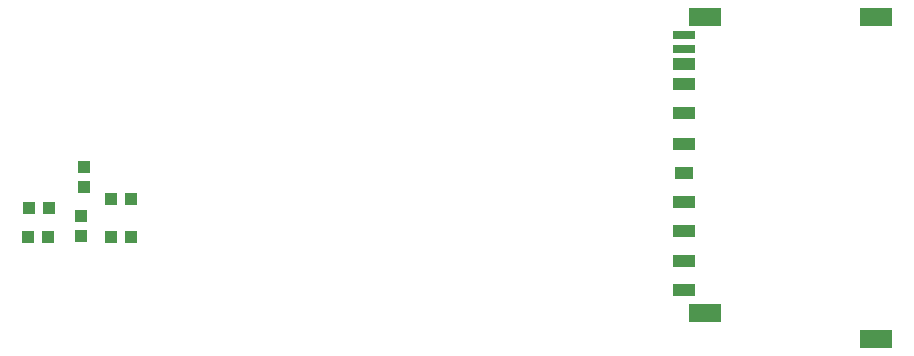
<source format=gbp>
%FSLAX42Y42*%
%MOMM*%
G71*
G01*
G75*
%ADD10C,0.20*%
%ADD11C,0.30*%
%ADD12R,1.00X0.85*%
%ADD13R,1.50X1.30*%
%ADD14R,1.00X1.10*%
%ADD15R,1.30X1.50*%
%ADD16R,1.10X1.00*%
%ADD17R,1.50X5.50*%
%ADD18R,1.80X1.60*%
%ADD19R,1.60X1.80*%
%ADD20R,0.30X1.60*%
%ADD21R,1.60X0.30*%
%ADD22R,1.80X0.60*%
%ADD23R,1.80X2.15*%
%ADD24R,0.60X2.20*%
%ADD25R,0.60X1.55*%
%ADD26R,1.90X1.30*%
%ADD27R,0.60X1.80*%
%ADD28C,0.25*%
%ADD29C,0.50*%
%ADD30C,0.40*%
%ADD31C,1.00*%
%ADD32C,1.50*%
%ADD33R,1.50X1.50*%
%ADD34C,1.60*%
%ADD35C,1.10*%
%ADD36C,0.60*%
%ADD37C,1.00*%
%ADD38C,1.20*%
%ADD39R,1.90X1.00*%
%ADD40R,1.50X1.00*%
%ADD41R,1.90X0.70*%
%ADD42R,2.80X1.50*%
%ADD43C,0.25*%
%ADD44C,0.13*%
%ADD45R,2.80X0.65*%
D14*
X4100Y-2005D02*
D03*
Y-2175D02*
D03*
X4075Y-2595D02*
D03*
Y-2425D02*
D03*
D16*
X4495Y-2600D02*
D03*
X4325D02*
D03*
X4495Y-2275D02*
D03*
X4325D02*
D03*
X3630Y-2350D02*
D03*
X3800D02*
D03*
X3795Y-2600D02*
D03*
X3625D02*
D03*
D39*
X9175Y-2800D02*
D03*
Y-2550D02*
D03*
Y-2300D02*
D03*
Y-1810D02*
D03*
Y-1550D02*
D03*
Y-1307D02*
D03*
Y-1138D02*
D03*
Y-3050D02*
D03*
D40*
Y-2060D02*
D03*
D41*
Y-1007D02*
D03*
Y-888D02*
D03*
D42*
X9355Y-740D02*
D03*
Y-3240D02*
D03*
X10805Y-3460D02*
D03*
Y-740D02*
D03*
M02*

</source>
